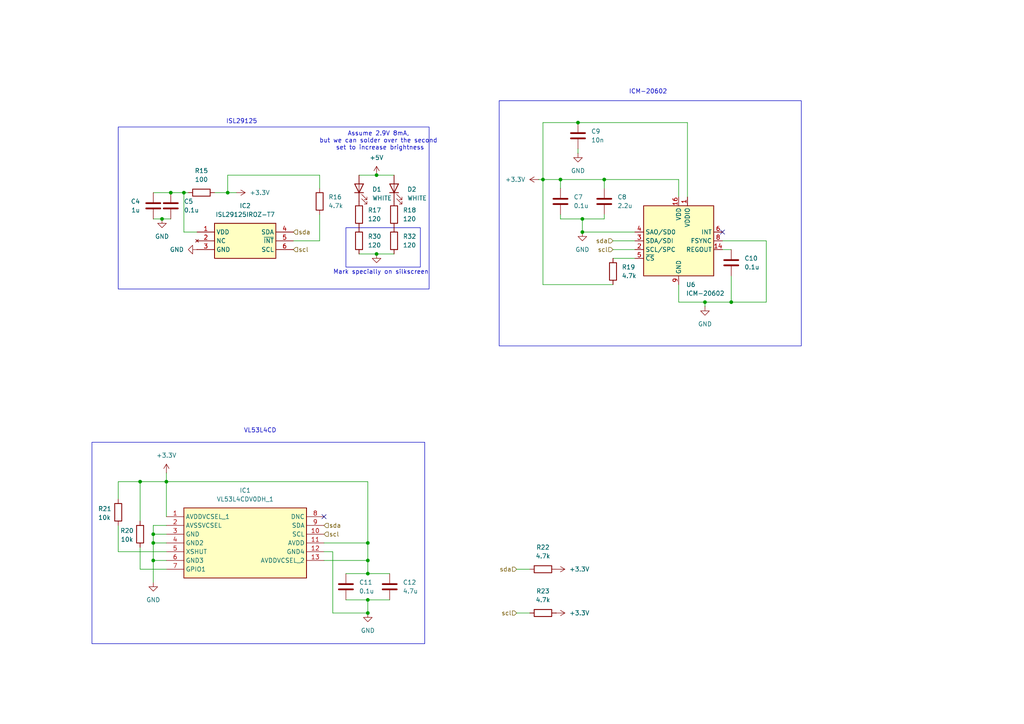
<source format=kicad_sch>
(kicad_sch (version 20250114) (generator "eeschema") (generator_version "9.0")
  (paper "A4")
  (lib_symbols
    (symbol "Device:C" (pin_numbers (hide yes)) (pin_names (offset 0.254))
      (property "Reference" "C" (at 0.635 2.54 0))
      (property "Value" "C" (at 0.635 -2.54 0))
      (symbol "C_0_1"
        (polyline (pts (xy -2.032 0.762) (xy 2.032 0.762)) (stroke (width 0.508)))
        (polyline (pts (xy -2.032 -0.762) (xy 2.032 -0.762)) (stroke (width 0.508)))
      )
      (symbol "C_1_1"
        (pin passive line (at 0 3.81 270) (length 2.794) (name "~") (number "1"))
        (pin passive line (at 0 -3.81 90) (length 2.794) (name "~") (number "2"))
      )
    )
    (symbol "Device:LED" (pin_numbers (hide yes)) (pin_names (offset 1.016) (hide yes))
      (property "Reference" "D" (at 0 2.54 0))
      (property "Value" "LED" (at 0 -2.54 0))
      (symbol "LED_0_1"
        (polyline (pts (xy -3.048 -0.762) (xy -4.572 -2.286) (xy -3.81 -2.286) (xy -4.572 -2.286) (xy -4.572 -1.524)))
        (polyline (pts (xy -1.778 -0.762) (xy -3.302 -2.286) (xy -2.54 -2.286) (xy -3.302 -2.286) (xy -3.302 -1.524)))
        (polyline (pts (xy -1.27 0) (xy 1.27 0)))
        (polyline (pts (xy -1.27 -1.27) (xy -1.27 1.27)) (stroke (width 0.254)))
        (polyline (pts (xy 1.27 -1.27) (xy 1.27 1.27) (xy -1.27 0) (xy 1.27 -1.27)) (stroke (width 0.254)))
      )
      (symbol "LED_1_1"
        (pin passive line (at -3.81 0 0) (length 2.54) (name "K") (number "1"))
        (pin passive line (at 3.81 0 180) (length 2.54) (name "A") (number "2"))
      )
    )
    (symbol "Device:R" (pin_numbers (hide yes)) (pin_names (offset 0))
      (property "Reference" "R" (at 2.032 0 90))
      (property "Value" "R" (at 0 0 90))
      (symbol "R_0_1"
        (rectangle (start -1.016 -2.54) (end 1.016 2.54) (stroke (width 0.254)))
      )
      (symbol "R_1_1"
        (pin passive line (at 0 3.81 270) (length 1.27) (name "~") (number "1"))
        (pin passive line (at 0 -3.81 90) (length 1.27) (name "~") (number "2"))
      )
    )
    (symbol "ISL29125:ISL29125IROZ-T7"
      (property "Reference" "IC" (at 24.13 7.62 0))
      (property "Value" "ISL29125IROZ-T7" (at 24.13 5.08 0))
      (symbol "ISL29125IROZ-T7_1_1"
        (rectangle (start 5.08 2.54) (end 22.86 -7.62) (stroke (width 0.254)) (fill (type background)))
        (pin passive line (at 0 0 0) (length 5.08) (name "VDD") (number "1"))
        (pin no_connect line (at 0 -2.54 0) (length 5.08) (name "NC") (number "2"))
        (pin passive line (at 0 -5.08 0) (length 5.08) (name "GND") (number "3"))
        (pin passive line (at 27.94 0 180) (length 5.08) (name "SDA") (number "4"))
        (pin passive line (at 27.94 -2.54 180) (length 5.08) (name "~{INT}") (number "5"))
        (pin passive line (at 27.94 -5.08 180) (length 5.08) (name "SCL") (number "6"))
      )
    )
    (symbol "Sensor_Motion:ICM-20602"
      (property "Reference" "U" (at -10.16 11.43 0))
      (property "Value" "ICM-20602" (at 10.16 11.43 0))
      (symbol "ICM-20602_0_1"
        (rectangle (start -10.16 10.16) (end 10.16 -10.16) (stroke (width 0.254)) (fill (type background)))
      )
      (symbol "ICM-20602_1_1"
        (pin bidirectional line (at -12.7 2.54 0) (length 2.54) (name "SAO/SD0") (number "4"))
        (pin bidirectional line (at -12.7 0 0) (length 2.54) (name "SDA/SDI") (number "3"))
        (pin input line (at -12.7 -2.54 0) (length 2.54) (name "SCL/SPC") (number "2"))
        (pin input line (at -12.7 -5.08 0) (length 2.54) (name "~{CS}") (number "5"))
        (pin no_connect line (at -10.16 5.08 0) (length 2.54) (hide yes) (name "RESV") (number "7"))
        (pin power_in line (at 0 12.7 270) (length 2.54) (name "VDD") (number "16"))
        (pin passive line (at 0 -12.7 90) (length 2.54) (hide yes) (name "GND") (number "10"))
        (pin passive line (at 0 -12.7 90) (length 2.54) (hide yes) (name "GND") (number "11"))
        (pin passive line (at 0 -12.7 90) (length 2.54) (hide yes) (name "GND") (number "12"))
        (pin passive line (at 0 -12.7 90) (length 2.54) (hide yes) (name "GND") (number "13"))
        (pin passive line (at 0 -12.7 90) (length 2.54) (hide yes) (name "GND") (number "15"))
        (pin power_in line (at 0 -12.7 90) (length 2.54) (name "GND") (number "9"))
        (pin power_in line (at 2.54 12.7 270) (length 2.54) (name "VDDIO") (number "1"))
        (pin output line (at 12.7 2.54 180) (length 2.54) (name "INT") (number "6"))
        (pin input line (at 12.7 0 180) (length 2.54) (name "FSYNC") (number "8"))
        (pin passive line (at 12.7 -2.54 180) (length 2.54) (name "REGOUT") (number "14"))
      )
    )
    (symbol "VL53L4CDV0DH_1:VL53L4CDV0DH_1"
      (property "Reference" "IC" (at 41.91 7.62 0))
      (property "Value" "VL53L4CDV0DH_1" (at 41.91 5.08 0))
      (symbol "VL53L4CDV0DH_1_1_1"
        (rectangle (start 5.08 2.54) (end 40.64 -17.78) (stroke (width 0.254)) (fill (type background)))
        (pin passive line (at 0 0 0) (length 5.08) (name "AVDDVCSEL_1") (number "1"))
        (pin passive line (at 0 -2.54 0) (length 5.08) (name "AVSSVCSEL") (number "2"))
        (pin passive line (at 0 -5.08 0) (length 5.08) (name "GND") (number "3"))
        (pin passive line (at 0 -7.62 0) (length 5.08) (name "GND2") (number "4"))
        (pin passive line (at 0 -10.16 0) (length 5.08) (name "XSHUT") (number "5"))
        (pin passive line (at 0 -12.7 0) (length 5.08) (name "GND3") (number "6"))
        (pin passive line (at 0 -15.24 0) (length 5.08) (name "GPIO1") (number "7"))
        (pin passive line (at 45.72 0 180) (length 5.08) (name "DNC") (number "8"))
        (pin passive line (at 45.72 -2.54 180) (length 5.08) (name "SDA") (number "9"))
        (pin passive line (at 45.72 -5.08 180) (length 5.08) (name "SCL") (number "10"))
        (pin passive line (at 45.72 -7.62 180) (length 5.08) (name "AVDD") (number "11"))
        (pin passive line (at 45.72 -10.16 180) (length 5.08) (name "GND4") (number "12"))
        (pin passive line (at 45.72 -12.7 180) (length 5.08) (name "AVDDVCSEL_2") (number "13"))
      )
    )
    (symbol "power:+3.3V" (power) (pin_numbers (hide yes)) (pin_names (offset 0) (hide yes))
      (property "Value" "+3.3V" (at 0 3.556 0))
      (symbol "+3.3V_0_1"
        (polyline (pts (xy -0.762 1.27) (xy 0 2.54)))
        (polyline (pts (xy 0 2.54) (xy 0.762 1.27)))
        (polyline (pts (xy 0 0) (xy 0 2.54)))
      )
      (symbol "+3.3V_1_1"
        (pin power_in line (at 0 0 90) (length 0) (name "~") (number "1"))
      )
    )
    (symbol "power:+3V3" (power) (pin_numbers (hide yes)) (pin_names (offset 0) (hide yes))
      (property "Value" "+3V3" (at 0 3.556 0))
      (symbol "+3V3_0_1"
        (polyline (pts (xy -0.762 1.27) (xy 0 2.54)))
        (polyline (pts (xy 0 2.54) (xy 0.762 1.27)))
        (polyline (pts (xy 0 0) (xy 0 2.54)))
      )
      (symbol "+3V3_1_1"
        (pin power_in line (at 0 0 90) (length 0) (name "~") (number "1"))
      )
    )
    (symbol "power:+5V" (power) (pin_numbers (hide yes)) (pin_names (offset 0) (hide yes))
      (property "Value" "+5V" (at 0 3.556 0))
      (symbol "+5V_0_1"
        (polyline (pts (xy -0.762 1.27) (xy 0 2.54)))
        (polyline (pts (xy 0 2.54) (xy 0.762 1.27)))
        (polyline (pts (xy 0 0) (xy 0 2.54)))
      )
      (symbol "+5V_1_1"
        (pin power_in line (at 0 0 90) (length 0) (name "~") (number "1"))
      )
    )
    (symbol "power:GND" (power) (pin_numbers (hide yes)) (pin_names (offset 0) (hide yes))
      (property "Value" "GND" (at 0 -3.81 0))
      (symbol "GND_0_1"
        (polyline (pts (xy 0 0) (xy 0 -1.27) (xy 1.27 -1.27) (xy 0 -2.54) (xy -1.27 -1.27) (xy 0 -1.27)))
      )
      (symbol "GND_1_1"
        (pin power_in line (at 0 0 270) (length 0) (name "~") (number "1"))
      )
    )
  )
  (rectangle (start 26.67 128.27) (end 123.19 186.69))
  (rectangle (start 34.29 36.83) (end 124.46 83.82))
  (rectangle (start 100.33 66.04) (end 121.92 77.47))
  (rectangle (start 144.78 29.21) (end 232.41 100.33))
  (text "Mark specially on silkscreen" (at 110.49 78.994 0) (effects (font (size 1.27 1.27))))
  (text "VL53L4CD\n" (at 75.438 124.968 0) (effects (font (size 1.27 1.27))))
  (text "ICM-20602\n" (at 187.96 26.67 0) (effects (font (size 1.27 1.27))))
  (text "Assume 2.9V 8mA, \nbut we can solder over the second \nset to increase brightness" (at 110.236 40.894 0) (effects (font (size 1.27 1.27))))
  (text "ISL29125\n" (at 70.104 35.306 0) (effects (font (size 1.27 1.27))))
  (junction (at 53.34 55.88))
  (junction (at 44.45 162.56))
  (junction (at 109.22 50.8))
  (junction (at 167.64 35.56))
  (junction (at 212.09 87.63))
  (junction (at 175.26 52.07))
  (junction (at 40.64 139.7))
  (junction (at 106.68 166.37))
  (junction (at 168.91 67.31))
  (junction (at 46.99 63.5))
  (junction (at 66.04 55.88))
  (junction (at 106.68 162.56))
  (junction (at 49.53 55.88))
  (junction (at 168.91 63.5))
  (junction (at 204.47 87.63))
  (junction (at 48.26 139.7))
  (junction (at 106.68 177.8))
  (junction (at 109.22 73.66))
  (junction (at 44.45 157.48))
  (junction (at 157.48 52.07))
  (junction (at 106.68 157.48))
  (junction (at 44.45 154.94))
  (junction (at 106.68 173.99))
  (junction (at 162.56 52.07))
  (no_connect (at 209.55 67.31))
  (no_connect (at 93.98 149.86))
  (wire (pts (xy 196.85 82.55) (xy 196.85 87.63)))
  (wire (pts (xy 177.8 72.39) (xy 184.15 72.39)))
  (wire (pts (xy 222.25 87.63) (xy 212.09 87.63)))
  (wire (pts (xy 222.25 69.85) (xy 222.25 87.63)))
  (wire (pts (xy 53.34 55.88) (xy 53.34 67.31)))
  (wire (pts (xy 40.64 165.1) (xy 40.64 158.75)))
  (wire (pts (xy 66.04 55.88) (xy 68.58 55.88)))
  (wire (pts (xy 93.98 160.02) (xy 96.52 160.02)))
  (wire (pts (xy 204.47 87.63) (xy 204.47 88.9)))
  (wire (pts (xy 204.47 87.63) (xy 212.09 87.63)))
  (wire (pts (xy 44.45 152.4) (xy 44.45 154.94)))
  (wire (pts (xy 40.64 139.7) (xy 40.64 151.13)))
  (wire (pts (xy 209.55 72.39) (xy 212.09 72.39)))
  (wire (pts (xy 177.8 74.93) (xy 184.15 74.93)))
  (wire (pts (xy 156.21 52.07) (xy 157.48 52.07)))
  (wire (pts (xy 85.09 69.85) (xy 92.71 69.85)))
  (wire (pts (xy 175.26 52.07) (xy 196.85 52.07)))
  (wire (pts (xy 48.26 139.7) (xy 106.68 139.7)))
  (wire (pts (xy 196.85 52.07) (xy 196.85 57.15)))
  (wire (pts (xy 100.33 166.37) (xy 106.68 166.37)))
  (wire (pts (xy 44.45 162.56) (xy 44.45 168.91)))
  (wire (pts (xy 167.64 44.45) (xy 167.64 43.18)))
  (wire (pts (xy 177.8 82.55) (xy 157.48 82.55)))
  (wire (pts (xy 199.39 35.56) (xy 167.64 35.56)))
  (wire (pts (xy 177.8 69.85) (xy 184.15 69.85)))
  (wire (pts (xy 149.86 165.1) (xy 153.67 165.1)))
  (wire (pts (xy 96.52 160.02) (xy 96.52 177.8)))
  (wire (pts (xy 48.26 137.16) (xy 48.26 139.7)))
  (wire (pts (xy 53.34 55.88) (xy 54.61 55.88)))
  (wire (pts (xy 109.22 73.66) (xy 114.3 73.66)))
  (wire (pts (xy 92.71 50.8) (xy 92.71 54.61)))
  (wire (pts (xy 106.68 177.8) (xy 106.68 173.99)))
  (wire (pts (xy 48.26 165.1) (xy 40.64 165.1)))
  (wire (pts (xy 162.56 63.5) (xy 162.56 62.23)))
  (wire (pts (xy 44.45 157.48) (xy 48.26 157.48)))
  (wire (pts (xy 104.14 73.66) (xy 109.22 73.66)))
  (wire (pts (xy 162.56 54.61) (xy 162.56 52.07)))
  (wire (pts (xy 106.68 173.99) (xy 113.03 173.99)))
  (wire (pts (xy 92.71 50.8) (xy 66.04 50.8)))
  (wire (pts (xy 109.22 50.8) (xy 114.3 50.8)))
  (wire (pts (xy 44.45 55.88) (xy 49.53 55.88)))
  (wire (pts (xy 106.68 139.7) (xy 106.68 157.48)))
  (wire (pts (xy 46.99 63.5) (xy 49.53 63.5)))
  (wire (pts (xy 93.98 162.56) (xy 106.68 162.56)))
  (wire (pts (xy 34.29 160.02) (xy 48.26 160.02)))
  (wire (pts (xy 168.91 63.5) (xy 168.91 67.31)))
  (wire (pts (xy 175.26 54.61) (xy 175.26 52.07)))
  (wire (pts (xy 199.39 57.15) (xy 199.39 35.56)))
  (wire (pts (xy 34.29 144.78) (xy 34.29 139.7)))
  (wire (pts (xy 149.86 177.8) (xy 153.67 177.8)))
  (wire (pts (xy 104.14 50.8) (xy 109.22 50.8)))
  (wire (pts (xy 48.26 139.7) (xy 48.26 149.86)))
  (wire (pts (xy 34.29 139.7) (xy 40.64 139.7)))
  (wire (pts (xy 212.09 87.63) (xy 212.09 80.01)))
  (wire (pts (xy 157.48 35.56) (xy 167.64 35.56)))
  (wire (pts (xy 157.48 52.07) (xy 157.48 35.56)))
  (wire (pts (xy 168.91 63.5) (xy 175.26 63.5)))
  (wire (pts (xy 34.29 152.4) (xy 34.29 160.02)))
  (wire (pts (xy 106.68 166.37) (xy 113.03 166.37)))
  (wire (pts (xy 162.56 52.07) (xy 175.26 52.07)))
  (wire (pts (xy 62.23 55.88) (xy 66.04 55.88)))
  (wire (pts (xy 157.48 52.07) (xy 162.56 52.07)))
  (wire (pts (xy 44.45 154.94) (xy 48.26 154.94)))
  (wire (pts (xy 106.68 166.37) (xy 106.68 162.56)))
  (wire (pts (xy 66.04 50.8) (xy 66.04 55.88)))
  (wire (pts (xy 57.15 67.31) (xy 53.34 67.31)))
  (wire (pts (xy 44.45 63.5) (xy 46.99 63.5)))
  (wire (pts (xy 196.85 87.63) (xy 204.47 87.63)))
  (wire (pts (xy 49.53 55.88) (xy 53.34 55.88)))
  (wire (pts (xy 106.68 157.48) (xy 106.68 162.56)))
  (wire (pts (xy 157.48 82.55) (xy 157.48 52.07)))
  (wire (pts (xy 162.56 63.5) (xy 168.91 63.5)))
  (wire (pts (xy 44.45 154.94) (xy 44.45 157.48)))
  (wire (pts (xy 96.52 177.8) (xy 106.68 177.8)))
  (wire (pts (xy 48.26 152.4) (xy 44.45 152.4)))
  (wire (pts (xy 100.33 173.99) (xy 106.68 173.99)))
  (wire (pts (xy 93.98 157.48) (xy 106.68 157.48)))
  (wire (pts (xy 175.26 63.5) (xy 175.26 62.23)))
  (wire (pts (xy 44.45 162.56) (xy 48.26 162.56)))
  (wire (pts (xy 40.64 139.7) (xy 48.26 139.7)))
  (wire (pts (xy 168.91 67.31) (xy 184.15 67.31)))
  (wire (pts (xy 209.55 69.85) (xy 222.25 69.85)))
  (wire (pts (xy 92.71 62.23) (xy 92.71 69.85)))
  (wire (pts (xy 44.45 157.48) (xy 44.45 162.56)))
  (hierarchical_label "sda" (shape input) (at 93.98 152.4 0))
  (hierarchical_label "scl" (shape input) (at 149.86 177.8 180))
  (hierarchical_label "sda" (shape input) (at 149.86 165.1 180))
  (hierarchical_label "scl" (shape input) (at 177.8 72.39 180))
  (hierarchical_label "scl" (shape input) (at 85.09 72.39 0))
  (hierarchical_label "sda" (shape input) (at 177.8 69.85 180))
  (hierarchical_label "sda" (shape input) (at 85.09 67.31 0))
  (hierarchical_label "scl" (shape input) (at 93.98 154.94 0))
  (symbol (lib_id "Device:R") (at 114.3 69.85 0) (unit 1)
    (property "Reference" "R32" (at 116.84 68.5799 0) (effects (justify left)))
    (property "Value" "120" (at 116.84 71.1199 0) (effects (justify left)))
    (property "Footprint" "Resistor_SMD:R_0402_1005Metric" (effects (hide yes)))
    (property "Description" "Resistor" (effects (hide yes)))
    (property "Manufacturer_Name" "UNI-ROYAL(Uniroyal Elec)" (effects (hide yes)))
    (property "Manufacturer_Part_Number" "0402WGF1200TCE" (effects (hide yes)))
    (property "Supplier Name" "JLCPCB" (effects (hide yes)))
    (property "JLCPCB Part" "0402WGF1200TCE" (effects (hide yes)))
  )
  (symbol (lib_id "power:+5V") (at 109.22 50.8 0) (unit 1)
    (property "Reference" "#PWR018" (effects (hide yes)))
    (property "Value" "+5V" (at 109.22 45.72 0))
    (property "Description" "Power symbol creates a global label with name \"+5V\"" (effects (hide yes)))
  )
  (symbol (lib_id "power:GND") (at 167.64 44.45 0) (unit 1)
    (property "Reference" "#PWR026" (effects (hide yes)))
    (property "Value" "GND" (at 167.64 49.53 0))
    (property "Description" "Power symbol creates a global label with name \"GND\" , ground" (effects (hide yes)))
  )
  (symbol (lib_id "Device:C") (at 44.45 59.69 0) (mirror y) (unit 1)
    (property "Reference" "C4" (at 40.64 58.4199 0) (effects (justify left)))
    (property "Value" "1u" (at 40.64 60.9599 0) (effects (justify left)))
    (property "Footprint" "Capacitor_SMD:C_0603_1608Metric_Pad1.08x0.95mm_HandSolder" (effects (hide yes)))
    (property "Description" "Unpolarized capacitor" (effects (hide yes)))
    (property "Supplier Name" "JLCPCB" (effects (hide yes)))
    (property "Supplier Part Number" "C15849" (effects (hide yes)))
    (property "JLCPCB Part" "C15849" (effects (hide yes)))
  )
  (symbol (lib_id "power:+3V3") (at 48.26 137.16 0) (unit 1)
    (property "Reference" "#PWR029" (effects (hide yes)))
    (property "Value" "+3.3V" (at 48.26 132.08 0))
    (property "Description" "Power symbol creates a global label with name \"+3V3\"" (effects (hide yes)))
  )
  (symbol (lib_id "Device:R") (at 157.48 177.8 270) (unit 1)
    (property "Reference" "R23" (at 157.48 171.45 90))
    (property "Value" "4.7k" (at 157.48 173.99 90))
    (property "Footprint" "Resistor_SMD:R_0402_1005Metric_Pad0.72x0.64mm_HandSolder" (effects (hide yes)))
    (property "Description" "Resistor" (effects (hide yes)))
    (property "Supplier Name" "JLCPCB" (effects (hide yes)))
    (property "Manufacturer_Name" "UNI-ROYAL(Uniroyal Elec)" (effects (hide yes)))
    (property "Manufacturer_Part_Number" "0402WGF4701TCE" (effects (hide yes)))
    (property "JLCPCB Part" "0402WGF4701TCE" (effects (hide yes)))
  )
  (symbol (lib_id "power:GND") (at 168.91 67.31 0) (unit 1)
    (property "Reference" "#PWR025" (effects (hide yes)))
    (property "Value" "GND" (at 168.91 72.39 0))
    (property "Description" "Power symbol creates a global label with name \"GND\" , ground" (effects (hide yes)))
  )
  (symbol (lib_id "power:GND") (at 44.45 168.91 0) (unit 1)
    (property "Reference" "#PWR047" (effects (hide yes)))
    (property "Value" "GND" (at 44.45 173.99 0))
    (property "Description" "Power symbol creates a global label with name \"GND\" , ground" (effects (hide yes)))
  )
  (symbol (lib_id "Device:R") (at 92.71 58.42 0) (unit 1)
    (property "Reference" "R16" (at 95.25 57.1499 0) (effects (justify left)))
    (property "Value" "4.7k" (at 95.25 59.6899 0) (effects (justify left)))
    (property "Footprint" "Resistor_SMD:R_0402_1005Metric_Pad0.72x0.64mm_HandSolder" (effects (hide yes)))
    (property "Description" "Resistor" (effects (hide yes)))
    (property "Supplier Name" "JLCPCB" (effects (hide yes)))
    (property "Manufacturer_Name" "UNI-ROYAL(Uniroyal Elec)" (effects (hide yes)))
    (property "Manufacturer_Part_Number" "0402WGF4701TCE" (effects (hide yes)))
    (property "JLCPCB Part" "0402WGF4701TCE" (effects (hide yes)))
  )
  (symbol (lib_id "Device:R") (at 157.48 165.1 270) (unit 1)
    (property "Reference" "R22" (at 157.48 158.75 90))
    (property "Value" "4.7k" (at 157.48 161.29 90))
    (property "Footprint" "Resistor_SMD:R_0402_1005Metric_Pad0.72x0.64mm_HandSolder" (effects (hide yes)))
    (property "Description" "Resistor" (effects (hide yes)))
    (property "Supplier Name" "JLCPCB" (effects (hide yes)))
    (property "Manufacturer_Name" "UNI-ROYAL(Uniroyal Elec)" (effects (hide yes)))
    (property "Manufacturer_Part_Number" "0402WGF4701TCE" (effects (hide yes)))
    (property "JLCPCB Part" "0402WGF4701TCE" (effects (hide yes)))
  )
  (symbol (lib_id "Device:C") (at 49.53 59.69 0) (unit 1)
    (property "Reference" "C5" (at 53.34 58.4199 0) (effects (justify left)))
    (property "Value" "0.1u" (at 53.34 60.9599 0) (effects (justify left)))
    (property "Footprint" "Capacitor_SMD:C_0402_1005Metric_Pad0.74x0.62mm_HandSolder" (effects (hide yes)))
    (property "Description" "Unpolarized capacitor" (effects (hide yes)))
    (property "Supplier Name" "JLCPCB" (effects (hide yes)))
    (property "Supplier Part Number" "C307331" (effects (hide yes)))
    (property "JLCPCB Part" "C307331" (effects (hide yes)))
  )
  (symbol (lib_id "power:+3.3V") (at 161.29 177.8 270) (unit 1)
    (property "Reference" "#PWR031" (effects (hide yes)))
    (property "Value" "+3.3V" (at 165.1 177.7999 90) (effects (justify left)))
    (property "Description" "Power symbol creates a global label with name \"+3.3V\"" (effects (hide yes)))
  )
  (symbol (lib_id "Device:R") (at 40.64 154.94 180) (unit 1)
    (property "Reference" "R20" (at 36.83 153.924 0))
    (property "Value" "10k" (at 36.83 156.464 0))
    (property "Footprint" "Resistor_SMD:R_0402_1005Metric_Pad0.72x0.64mm_HandSolder" (effects (hide yes)))
    (property "Description" "Resistor" (effects (hide yes)))
    (property "Supplier Name" "JLCPCB" (effects (hide yes)))
    (property "Manufacturer_Name" "UNI-ROYAL(Uniroyal Elec)" (effects (hide yes)))
    (property "Manufacturer_Part_Number" "0402WGF1002TCE" (effects (hide yes)))
    (property "JLCPCB Part" "0402WGF1002TCE" (effects (hide yes)))
  )
  (symbol (lib_id "Device:C") (at 167.64 39.37 0) (unit 1)
    (property "Reference" "C9" (at 171.45 38.0999 0) (effects (justify left)))
    (property "Value" "10n" (at 171.45 40.6399 0) (effects (justify left)))
    (property "Footprint" "Capacitor_SMD:C_0402_1005Metric_Pad0.74x0.62mm_HandSolder" (effects (hide yes)))
    (property "Description" "Unpolarized capacitor" (effects (hide yes)))
    (property "Supplier Name" "JLCPCB" (effects (hide yes)))
    (property "Supplier Part Number" "C15195" (effects (hide yes)))
    (property "JLCPCB Part" "C15195" (effects (hide yes)))
  )
  (symbol (lib_id "Device:LED") (at 114.3 54.61 90) (unit 1)
    (property "Reference" "D2" (at 118.11 54.9274 90) (effects (justify right)))
    (property "Value" "WHITE" (at 118.11 57.4674 90) (effects (justify right)))
    (property "Footprint" "LED_SMD:LED_0805_2012Metric_Pad1.15x1.40mm_HandSolder" (effects (hide yes)))
    (property "Description" "Light emitting diode" (effects (hide yes)))
    (property "Sim.Pins" "1=K 2=A" (effects (hide yes)))
    (property "Supplier Name" "JLCPCB" (effects (hide yes)))
    (property "Supplier Part Number" "C34499" (effects (hide yes)))
    (property "Variant" "COLOR" (effects (hide yes)))
    (property "JLCPCB Part" "C34499" (effects (hide yes)))
  )
  (symbol (lib_id "power:+3.3V") (at 156.21 52.07 90) (unit 1)
    (property "Reference" "#PWR024" (effects (hide yes)))
    (property "Value" "+3.3V" (at 152.4 52.0699 90) (effects (justify left)))
    (property "Description" "Power symbol creates a global label with name \"+3.3V\"" (effects (hide yes)))
  )
  (symbol (lib_id "power:GND") (at 204.47 88.9 0) (unit 1)
    (property "Reference" "#PWR027" (effects (hide yes)))
    (property "Value" "GND" (at 204.47 93.98 0))
    (property "Description" "Power symbol creates a global label with name \"GND\" , ground" (effects (hide yes)))
  )
  (symbol (lib_id "power:GND") (at 46.99 63.5 0) (unit 1)
    (property "Reference" "#PWR017" (effects (hide yes)))
    (property "Value" "GND" (at 46.99 68.58 0))
    (property "Description" "Power symbol creates a global label with name \"GND\" , ground" (effects (hide yes)))
  )
  (symbol (lib_id "power:GND") (at 109.22 73.66 0) (unit 1)
    (property "Reference" "#PWR019" (effects (hide yes)))
    (property "Value" "GND" (effects (hide yes)))
    (property "Description" "Power symbol creates a global label with name \"GND\" , ground" (effects (hide yes)))
  )
  (symbol (lib_id "Device:R") (at 104.14 69.85 0) (unit 1)
    (property "Reference" "R30" (at 106.68 68.5799 0) (effects (justify left)))
    (property "Value" "120" (at 106.68 71.1199 0) (effects (justify left)))
    (property "Footprint" "Resistor_SMD:R_0402_1005Metric" (effects (hide yes)))
    (property "Description" "Resistor" (effects (hide yes)))
    (property "Manufacturer_Name" "UNI-ROYAL(Uniroyal Elec)" (effects (hide yes)))
    (property "Manufacturer_Part_Number" "0402WGF1200TCE" (effects (hide yes)))
    (property "Supplier Name" "JLCPCB" (effects (hide yes)))
    (property "JLCPCB Part" "0402WGF1200TCE" (effects (hide yes)))
  )
  (symbol (lib_id "ISL29125:ISL29125IROZ-T7") (at 57.15 67.31 0) (unit 1)
    (property "Reference" "IC2" (at 71.12 59.69 0))
    (property "Value" "ISL29125IROZ-T7" (at 71.12 62.23 0))
    (property "Footprint" "ISL29125:ISL29125IROZT7" (effects (hide yes)))
    (property "Datasheet" "https://www.renesas.com/en-us/www/doc/datasheet/isl29125.pdf" (effects (hide yes)))
    (property "Description" "The ISL29125 is a low power, high sensitivity, RED, GREEN and BLUE color light sensor (RGB) with an I2C (SMBus compatible) interface. Its state-of-the-art photodiode array provides an accurate RGB spectral response and excellent light source to light source variation (LS2LS). The ISL29125 is designed to reject IR in light sources allowing the device to operate in environments from sunlight to dark rooms. The integrating ADC rejects 50Hz and 60Hz flicker caused by artificial light sources. A selectable range" (effects (hide yes)))
    (property "Height" "0.75" (effects (hide yes)))
    (property "Manufacturer_Name" "Renesas Electronics" (effects (hide yes)))
    (property "Manufacturer_Part_Number" "ISL29125IROZ-T7" (effects (hide yes)))
    (property "Mouser Part Number" "968-ISL29125IROZ-T7" (effects (hide yes)))
    (property "Mouser Price/Stock" "https://www.mouser.co.uk/ProductDetail/Renesas-Intersil/ISL29125IROZ-T7/?qs=8EBwJ8mibj2u1svZyuG5jQ%3D%3D" (effects (hide yes)))
    (property "Arrow Part Number" "ISL29125IROZ-T7" (effects (hide yes)))
    (property "Arrow Price/Stock" "https://www.arrow.com/en/products/isl29125iroz-t7/intersil" (effects (hide yes)))
    (property "Supplier Name" "JLCPCB" (effects (hide yes)))
    (property "Supplier Part Number" "C2654928" (effects (hide yes)))
    (property "Variant" "COLOR" (effects (hide yes)))
    (property "JLCPCB Part" "C2654928" (effects (hide yes)))
  )
  (symbol (lib_id "Device:C") (at 113.03 170.18 0) (unit 1)
    (property "Reference" "C12" (at 116.84 168.9099 0) (effects (justify left)))
    (property "Value" "4.7u" (at 116.84 171.4499 0) (effects (justify left)))
    (property "Footprint" "Capacitor_SMD:C_0603_1608Metric_Pad1.08x0.95mm_HandSolder" (effects (hide yes)))
    (property "Description" "Unpolarized capacitor" (effects (hide yes)))
    (property "Supplier Name" "JLCPCB" (effects (hide yes)))
    (property "Supplier Part Number" "C19666" (effects (hide yes)))
    (property "JLCPCB Part" "C19666" (effects (hide yes)))
  )
  (symbol (lib_id "Device:R") (at 177.8 78.74 180) (unit 1)
    (property "Reference" "R19" (at 180.34 77.4699 0) (effects (justify right)))
    (property "Value" "4.7k" (at 180.34 80.0099 0) (effects (justify right)))
    (property "Footprint" "Resistor_SMD:R_0402_1005Metric_Pad0.72x0.64mm_HandSolder" (effects (hide yes)))
    (property "Description" "Resistor" (effects (hide yes)))
    (property "Supplier Name" "JLCPCB" (effects (hide yes)))
    (property "Manufacturer_Name" "UNI-ROYAL(Uniroyal Elec)" (effects (hide yes)))
    (property "Manufacturer_Part_Number" "0402WGF4701TCE" (effects (hide yes)))
    (property "JLCPCB Part" "0402WGF4701TCE" (effects (hide yes)))
  )
  (symbol (lib_id "Device:R") (at 114.3 62.23 0) (unit 1)
    (property "Reference" "R18" (at 116.84 60.9599 0) (effects (justify left)))
    (property "Value" "120" (at 116.84 63.4999 0) (effects (justify left)))
    (property "Footprint" "Resistor_SMD:R_0402_1005Metric" (effects (hide yes)))
    (property "Description" "Resistor" (effects (hide yes)))
    (property "Manufacturer_Name" "UNI-ROYAL(Uniroyal Elec)" (effects (hide yes)))
    (property "Manufacturer_Part_Number" "0402WGF1200TCE" (effects (hide yes)))
    (property "Supplier Name" "JLCPCB" (effects (hide yes)))
    (property "JLCPCB Part" "0402WGF1200TCE" (effects (hide yes)))
  )
  (symbol (lib_id "power:+3V3") (at 68.58 55.88 270) (unit 1)
    (property "Reference" "#PWR050" (effects (hide yes)))
    (property "Value" "+3.3V" (at 72.39 55.8799 90) (effects (justify left)))
    (property "Description" "Power symbol creates a global label with name \"+3V3\"" (effects (hide yes)))
  )
  (symbol (lib_id "Device:LED") (at 104.14 54.61 90) (unit 1)
    (property "Reference" "D1" (at 107.95 54.9274 90) (effects (justify right)))
    (property "Value" "WHITE" (at 107.95 57.4674 90) (effects (justify right)))
    (property "Footprint" "LED_SMD:LED_0805_2012Metric_Pad1.15x1.40mm_HandSolder" (effects (hide yes)))
    (property "Description" "Light emitting diode" (effects (hide yes)))
    (property "Sim.Pins" "1=K 2=A" (effects (hide yes)))
    (property "Supplier Name" "JLCPCB" (effects (hide yes)))
    (property "Supplier Part Number" "C34499" (effects (hide yes)))
    (property "Variant" "COLOR" (effects (hide yes)))
    (property "JLCPCB Part" "C34499" (effects (hide yes)))
  )
  (symbol (lib_id "Device:C") (at 212.09 76.2 0) (unit 1)
    (property "Reference" "C10" (at 215.9 74.9299 0) (effects (justify left)))
    (property "Value" "0.1u" (at 215.9 77.4699 0) (effects (justify left)))
    (property "Footprint" "Capacitor_SMD:C_0402_1005Metric_Pad0.74x0.62mm_HandSolder" (effects (hide yes)))
    (property "Description" "Unpolarized capacitor" (effects (hide yes)))
    (property "Supplier Name" "JLCPCB" (effects (hide yes)))
    (property "Supplier Part Number" "C307331" (effects (hide yes)))
    (property "JLCPCB Part" "C307331" (effects (hide yes)))
  )
  (symbol (lib_id "Sensor_Motion:ICM-20602") (at 196.85 69.85 0) (unit 1)
    (property "Reference" "U6" (at 198.9933 82.55 0) (effects (justify left)))
    (property "Value" "ICM-20602" (at 198.9933 85.09 0) (effects (justify left)))
    (property "Footprint" "Package_LGA:LGA-16_3x3mm_P0.5mm_LayoutBorder3x5y" (effects (hide yes)))
    (property "Datasheet" "http://www.invensense.com/wp-content/uploads/2016/10/DS-000176-ICM-20602-v1.0.pdf" (effects (hide yes)))
    (property "Description" "High performance 6-Axis MEMS motion tracking, SPI/I2C interface, LGA-16" (effects (hide yes)))
    (property "Manufacturer_Part_Number" "ICM-20602" (effects (hide yes)))
    (property "Supplier Name" "JLCPCB" (effects (hide yes)))
    (property "Supplier Part Number" "C97633" (effects (hide yes)))
    (property "Variant" "IMU" (effects (hide yes)))
    (property "JLCPCB Part" "C97633" (effects (hide yes)))
  )
  (symbol (lib_id "Device:C") (at 162.56 58.42 0) (unit 1)
    (property "Reference" "C7" (at 166.37 57.1499 0) (effects (justify left)))
    (property "Value" "0.1u" (at 166.37 59.6899 0) (effects (justify left)))
    (property "Footprint" "Capacitor_SMD:C_0402_1005Metric_Pad0.74x0.62mm_HandSolder" (effects (hide yes)))
    (property "Description" "Unpolarized capacitor" (effects (hide yes)))
    (property "Supplier Name" "JLCPCB" (effects (hide yes)))
    (property "Supplier Part Number" "C307331" (effects (hide yes)))
    (property "JLCPCB Part" "C307331" (effects (hide yes)))
  )
  (symbol (lib_id "Device:R") (at 34.29 148.59 0) (unit 1)
    (property "Reference" "R21" (at 28.448 147.574 0) (effects (justify left)))
    (property "Value" "10k" (at 28.448 150.114 0) (effects (justify left)))
    (property "Footprint" "Resistor_SMD:R_0402_1005Metric_Pad0.72x0.64mm_HandSolder" (effects (hide yes)))
    (property "Description" "Resistor" (effects (hide yes)))
    (property "Supplier Name" "JLCPCB" (effects (hide yes)))
    (property "Manufacturer_Name" "UNI-ROYAL(Uniroyal Elec)" (effects (hide yes)))
    (property "Manufacturer_Part_Number" "0402WGF1002TCE" (effects (hide yes)))
    (property "JLCPCB Part" "0402WGF1002TCE" (effects (hide yes)))
  )
  (symbol (lib_id "power:GND") (at 57.15 72.39 270) (unit 1)
    (property "Reference" "#PWR016" (effects (hide yes)))
    (property "Value" "GND" (at 53.34 72.3899 90) (effects (justify right)))
    (property "Description" "Power symbol creates a global label with name \"GND\" , ground" (effects (hide yes)))
  )
  (symbol (lib_id "power:+3.3V") (at 161.29 165.1 270) (unit 1)
    (property "Reference" "#PWR030" (effects (hide yes)))
    (property "Value" "+3.3V" (at 165.1 165.0999 90) (effects (justify left)))
    (property "Description" "Power symbol creates a global label with name \"+3.3V\"" (effects (hide yes)))
  )
  (symbol (lib_id "Device:C") (at 100.33 170.18 0) (unit 1)
    (property "Reference" "C11" (at 104.14 168.9099 0) (effects (justify left)))
    (property "Value" "0.1u" (at 104.14 171.4499 0) (effects (justify left)))
    (property "Footprint" "Capacitor_SMD:C_0402_1005Metric_Pad0.74x0.62mm_HandSolder" (effects (hide yes)))
    (property "Description" "Unpolarized capacitor" (effects (hide yes)))
    (property "Supplier Name" "JLCPCB" (effects (hide yes)))
    (property "Supplier Part Number" "C307331" (effects (hide yes)))
    (property "JLCPCB Part" "C307331" (effects (hide yes)))
  )
  (symbol (lib_id "Device:C") (at 175.26 58.42 0) (unit 1)
    (property "Reference" "C8" (at 179.07 57.1499 0) (effects (justify left)))
    (property "Value" "2.2u" (at 179.07 59.6899 0) (effects (justify left)))
    (property "Footprint" "Capacitor_SMD:C_0603_1608Metric_Pad1.08x0.95mm_HandSolder" (effects (hide yes)))
    (property "Description" "Unpolarized capacitor" (effects (hide yes)))
    (property "Supplier Name" "JLCPCB" (effects (hide yes)))
    (property "Supplier Part Number" "C23630" (effects (hide yes)))
    (property "JLCPCB Part" "C23630" (effects (hide yes)))
  )
  (symbol (lib_id "Device:R") (at 58.42 55.88 90) (unit 1)
    (property "Reference" "R15" (at 58.42 49.53 90))
    (property "Value" "100" (at 58.42 52.07 90))
    (property "Footprint" "Resistor_SMD:R_0402_1005Metric_Pad0.72x0.64mm_HandSolder" (effects (hide yes)))
    (property "Description" "Resistor" (effects (hide yes)))
    (property "Supplier Name" "JLCPCB" (effects (hide yes)))
    (property "Manufacturer_Name" "UNI-ROYAL(Uniroyal Elec)" (effects (hide yes)))
    (property "Manufacturer_Part_Number" "0402WGF1000TCE" (effects (hide yes)))
    (property "JLCPCB Part" "0402WGF1000TCE" (effects (hide yes)))
  )
  (symbol (lib_id "power:GND") (at 106.68 177.8 0) (unit 1)
    (property "Reference" "#PWR028" (effects (hide yes)))
    (property "Value" "GND" (at 106.68 182.88 0))
    (property "Description" "Power symbol creates a global label with name \"GND\" , ground" (effects (hide yes)))
  )
  (symbol (lib_id "Device:R") (at 104.14 62.23 0) (unit 1)
    (property "Reference" "R17" (at 106.68 60.9599 0) (effects (justify left)))
    (property "Value" "120" (at 106.68 63.4999 0) (effects (justify left)))
    (property "Footprint" "Resistor_SMD:R_0402_1005Metric" (effects (hide yes)))
    (property "Description" "Resistor" (effects (hide yes)))
    (property "Manufacturer_Name" "UNI-ROYAL(Uniroyal Elec)" (effects (hide yes)))
    (property "Manufacturer_Part_Number" "0402WGF1200TCE" (effects (hide yes)))
    (property "Supplier Name" "JLCPCB" (effects (hide yes)))
    (property "JLCPCB Part" "0402WGF1200TCE" (effects (hide yes)))
  )
  (symbol (lib_id "VL53L4CDV0DH_1:VL53L4CDV0DH_1") (at 48.26 149.86 0) (unit 1)
    (property "Reference" "IC1" (at 71.12 142.24 0))
    (property "Value" "VL53L4CDV0DH_1" (at 71.12 144.78 0))
    (property "Footprint" "VL53L4CD:VL53L4CDV0DH1" (effects (hide yes)))
    (property "Datasheet" "https://www.st.com/resource/en/datasheet/vl53l4cd.pdf" (effects (hide yes)))
    (property "Description" "Time-of-Flight high accuracy proximity sensor" (effects (hide yes)))
    (property "Height" "1.05" (effects (hide yes)))
    (property "Manufacturer_Name" "STMicroelectronics" (effects (hide yes)))
    (property "Manufacturer_Part_Number" "VL53L4CDV0DH/1" (effects (hide yes)))
    (property "Mouser Part Number" "511-VL53L4CDV0DH/1" (effects (hide yes)))
    (property "Mouser Price/Stock" "https://www.mouser.co.uk/ProductDetail/STMicroelectronics/VL53L4CDV0DH-1?qs=QNEnbhJQKvbi4wYY5Ymy8w%3D%3D" (effects (hide yes)))
    (property "Arrow Part Number" "VL53L4CDV0DH/1" (effects (hide yes)))
    (property "Arrow Price/Stock" "https://www.arrow.com/en/products/vl53l4cdv0dh1/stmicroelectronics?utm_currency=USD&region=nac" (effects (hide yes)))
    (property "Supplier Name" "JLCPCB" (effects (hide yes)))
    (property "Supplier Part Number" " C3178291" (effects (hide yes)))
    (property "Variant" "DISTANCE" (effects (hide yes)))
    (property "JLCPCB Part" " C3178291" (effects (hide yes)))
  )
)
</source>
